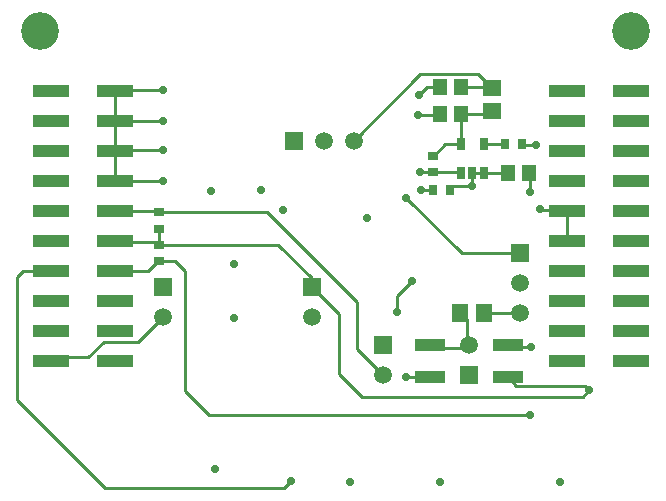
<source format=gtl>
G04*
G04 #@! TF.GenerationSoftware,Altium Limited,Altium Designer,19.0.10 (269)*
G04*
G04 Layer_Physical_Order=1*
G04 Layer_Color=255*
%FSLAX25Y25*%
%MOIN*%
G70*
G01*
G75*
%ADD10C,0.01000*%
%ADD15R,0.03150X0.03543*%
%ADD16R,0.03543X0.03150*%
%ADD17R,0.04724X0.05512*%
%ADD19R,0.05512X0.05906*%
%ADD20R,0.10236X0.04331*%
%ADD21R,0.12205X0.03937*%
%ADD22R,0.05906X0.05512*%
%ADD36R,0.02559X0.04331*%
%ADD37C,0.05906*%
%ADD38R,0.05906X0.05906*%
%ADD39R,0.05906X0.05906*%
%ADD40C,0.12598*%
%ADD41C,0.02800*%
%ADD42C,0.03500*%
D10*
X374545Y332590D02*
X374700Y332436D01*
X365340Y332590D02*
X374545D01*
X259139Y329510D02*
X275280D01*
X259130Y329501D02*
X259139Y329510D01*
X259529Y339900D02*
X275400D01*
X259130Y339501D02*
X259529Y339900D01*
X259149Y349520D02*
X275150D01*
X259130Y349501D02*
X259149Y349520D01*
X259669Y360040D02*
X275400D01*
X259130Y359501D02*
X259669Y360040D01*
X409239Y288870D02*
X409870Y289501D01*
X361160Y326680D02*
X365344D01*
X365584Y326440D01*
X397207Y332480D02*
X397630Y332057D01*
Y326110D02*
Y332057D01*
X394976Y341690D02*
X399590D01*
X394782Y341884D02*
X394976Y341690D01*
X361060Y332670D02*
X361140Y332590D01*
X365340D01*
X360610Y358360D02*
X363170Y360920D01*
X367613D01*
X360440Y351600D02*
X367387D01*
X367617Y351830D01*
X374700Y360920D02*
X384540D01*
X384737D01*
X380284Y365176D02*
X384540Y360920D01*
X361086Y365176D02*
X380284D01*
X338960Y343050D02*
X361086Y365176D01*
X384737Y360920D02*
X384870Y360787D01*
X383787Y351830D02*
X384870Y352913D01*
X374703Y351830D02*
X383787D01*
X365537Y338102D02*
X369320Y341884D01*
X365340Y338102D02*
X365537D01*
X369320Y341884D02*
X374700D01*
Y351827D01*
X374703Y351830D01*
X389270Y341884D02*
X389270Y341884D01*
X382180Y341884D02*
X389270D01*
X382180Y332436D02*
X390076D01*
X390120Y332480D01*
X378330Y327830D02*
X378385Y327885D01*
X372001Y327830D02*
X378330D01*
X370926Y326755D02*
X372001Y327830D01*
X370926Y326610D02*
Y326755D01*
X378385Y327885D02*
Y332381D01*
X378440Y332436D01*
X282590Y259820D02*
X290690Y251720D01*
X282590Y259820D02*
Y299730D01*
X290690Y251720D02*
X397660D01*
X279426Y302894D02*
X282590Y299730D01*
X273930Y302894D02*
X279426D01*
X364310Y264210D02*
X364340Y264240D01*
X273930Y308406D02*
X313744D01*
X324790Y297360D01*
X356270Y264210D02*
X364310D01*
X324790Y294370D02*
Y297360D01*
X353170Y285840D02*
Y291400D01*
X358260Y296490D01*
X226730Y297580D02*
X228651Y299501D01*
X226730Y256790D02*
Y297580D01*
Y256790D02*
X256050Y227470D01*
X315720D02*
X317800Y229550D01*
X256050Y227470D02*
X315720D01*
X228651Y299501D02*
X237870D01*
X255469Y276033D02*
X267003D01*
X250406Y270970D02*
X255469Y276033D01*
X275380Y283083D02*
Y284410D01*
X267003Y276033D02*
X275380Y284410D01*
X339970Y273710D02*
Y289260D01*
X310068Y319162D02*
X339970Y289260D01*
X274060Y319162D02*
X310068D01*
X339970Y273710D02*
X348670Y265010D01*
X324790Y294370D02*
X333840Y285320D01*
Y265390D02*
Y285320D01*
Y265390D02*
X341620Y257610D01*
X415110D02*
X417420Y259920D01*
X341620Y257610D02*
X415110D01*
X363380Y273850D02*
X363640Y274110D01*
X363120D02*
X363380Y273850D01*
X363120Y274110D02*
X363640D01*
X364340Y264240D02*
X364370Y264210D01*
X273721Y319501D02*
X274060Y319162D01*
X259130Y319501D02*
X273721D01*
X273930Y308406D02*
X274060Y308536D01*
Y313650D01*
X272855Y309481D02*
X273930Y308406D01*
X259151Y309481D02*
X272855D01*
X259130Y309501D02*
X259151Y309481D01*
X259130Y299501D02*
X270340D01*
X273733Y302894D01*
X273930D01*
X239339Y270970D02*
X250406D01*
X237870Y269501D02*
X239339Y270970D01*
X374850Y305660D02*
X394120D01*
X356380Y324130D02*
X374850Y305660D01*
X409940Y311539D02*
Y319940D01*
X382340Y285660D02*
X394120D01*
X382250Y285750D02*
X382340Y285660D01*
X408402Y270970D02*
X409870Y269501D01*
X363640Y274110D02*
X377260D01*
X376632Y275518D02*
X377260Y274890D01*
X376632Y275518D02*
Y283494D01*
X374376Y285750D02*
X376632Y283494D01*
X363640Y274110D02*
X364370Y274840D01*
X415920Y261420D02*
X417420Y259920D01*
X392965Y261420D02*
X415920D01*
X390180Y264205D02*
X392965Y261420D01*
X390855Y274160D02*
X397880D01*
X390180Y274835D02*
X390855Y274160D01*
X400780Y320620D02*
X401366Y320034D01*
X409846D01*
X409940Y319940D01*
X409900Y271100D02*
X414034D01*
X367617Y351830D02*
X367774Y351987D01*
X259130Y329501D02*
Y339501D01*
Y309501D02*
X259158Y309530D01*
X259130Y339501D02*
Y349501D01*
Y359501D01*
X377260Y274890D02*
X377311Y274941D01*
X384870Y360787D02*
X386264Y359392D01*
X378440Y332436D02*
X382180D01*
Y341884D02*
X382653Y342357D01*
X382705Y355078D02*
X384870Y352913D01*
X365163Y338279D02*
X365340Y338102D01*
X388660Y341274D02*
X389270Y341884D01*
X370926Y326610D02*
X371469Y327153D01*
X318960Y343050D02*
X320641Y344731D01*
X373920Y331656D02*
X374700Y332436D01*
D15*
X365414Y326610D02*
D03*
X370926D02*
D03*
X394782Y341884D02*
D03*
X389270D02*
D03*
D16*
X365340Y332590D02*
D03*
Y338102D02*
D03*
X273930Y302894D02*
D03*
Y308406D02*
D03*
X274060Y319162D02*
D03*
Y313650D02*
D03*
D17*
X390120Y332480D02*
D03*
X397207D02*
D03*
X367613Y360920D02*
D03*
X374700D02*
D03*
X367617Y351830D02*
D03*
X374703D02*
D03*
D19*
X374376Y285750D02*
D03*
X382250D02*
D03*
D20*
X364370Y264210D02*
D03*
Y274840D02*
D03*
X390180Y264205D02*
D03*
Y274835D02*
D03*
D21*
X259130Y309501D02*
D03*
X237870D02*
D03*
X259130Y339501D02*
D03*
X237870D02*
D03*
X259130Y349501D02*
D03*
X237870D02*
D03*
X259130Y359501D02*
D03*
X237870D02*
D03*
Y329501D02*
D03*
X259130D02*
D03*
X237870Y319501D02*
D03*
X259130D02*
D03*
X237870Y299501D02*
D03*
X259130D02*
D03*
X237870Y289501D02*
D03*
X259130D02*
D03*
X237870Y279501D02*
D03*
Y269501D02*
D03*
X259130Y279501D02*
D03*
Y269501D02*
D03*
X431130Y269501D02*
D03*
Y279501D02*
D03*
X409870Y269501D02*
D03*
Y279501D02*
D03*
X431130Y289501D02*
D03*
X409870D02*
D03*
X431130Y299501D02*
D03*
X409870D02*
D03*
X431130Y319501D02*
D03*
X409870D02*
D03*
X431130Y329501D02*
D03*
X409870D02*
D03*
Y359501D02*
D03*
X431130D02*
D03*
X409870Y349501D02*
D03*
X431130D02*
D03*
X409870Y339501D02*
D03*
X431130D02*
D03*
X409870Y309501D02*
D03*
X431130D02*
D03*
D22*
X384870Y352913D02*
D03*
Y360787D02*
D03*
D36*
X374700Y341884D02*
D03*
X382180D02*
D03*
Y332436D02*
D03*
X378440D02*
D03*
X374700D02*
D03*
D37*
X377260Y274890D02*
D03*
X348670Y265010D02*
D03*
X324790Y284370D02*
D03*
X275380Y284410D02*
D03*
X338960Y343050D02*
D03*
X328960D02*
D03*
X394120Y285660D02*
D03*
Y295660D02*
D03*
D38*
X377260Y264890D02*
D03*
X348670Y275010D02*
D03*
X324790Y294370D02*
D03*
X275380Y294410D02*
D03*
X394120Y305660D02*
D03*
D39*
X318960Y343050D02*
D03*
D40*
X234420Y379650D02*
D03*
X431340D02*
D03*
D41*
X291140Y326350D02*
D03*
X275400Y360040D02*
D03*
X275150Y349520D02*
D03*
X275400Y339900D02*
D03*
X275280Y329510D02*
D03*
X318960Y343050D02*
D03*
X361160Y326680D02*
D03*
X397630Y326110D02*
D03*
X399590Y341690D02*
D03*
X400790Y320170D02*
D03*
X307910Y326590D02*
D03*
X315150Y320090D02*
D03*
X343280Y317320D02*
D03*
X361060Y332670D02*
D03*
X360440Y351600D02*
D03*
X360610Y358360D02*
D03*
X378330Y327830D02*
D03*
X298780Y284120D02*
D03*
X298990Y301830D02*
D03*
X356270Y264210D02*
D03*
X353170Y285840D02*
D03*
X358260Y296490D02*
D03*
X407760Y229399D02*
D03*
X367760D02*
D03*
X337760D02*
D03*
X292760Y233565D02*
D03*
X317800Y229550D02*
D03*
X397660Y251720D02*
D03*
X237720Y349410D02*
D03*
X238100Y359410D02*
D03*
X356380Y324130D02*
D03*
X409470Y269410D02*
D03*
X409530Y289490D02*
D03*
X397880Y274160D02*
D03*
X417420Y259920D02*
D03*
D42*
X237870Y329501D02*
D03*
Y309501D02*
D03*
Y319501D02*
D03*
M02*

</source>
